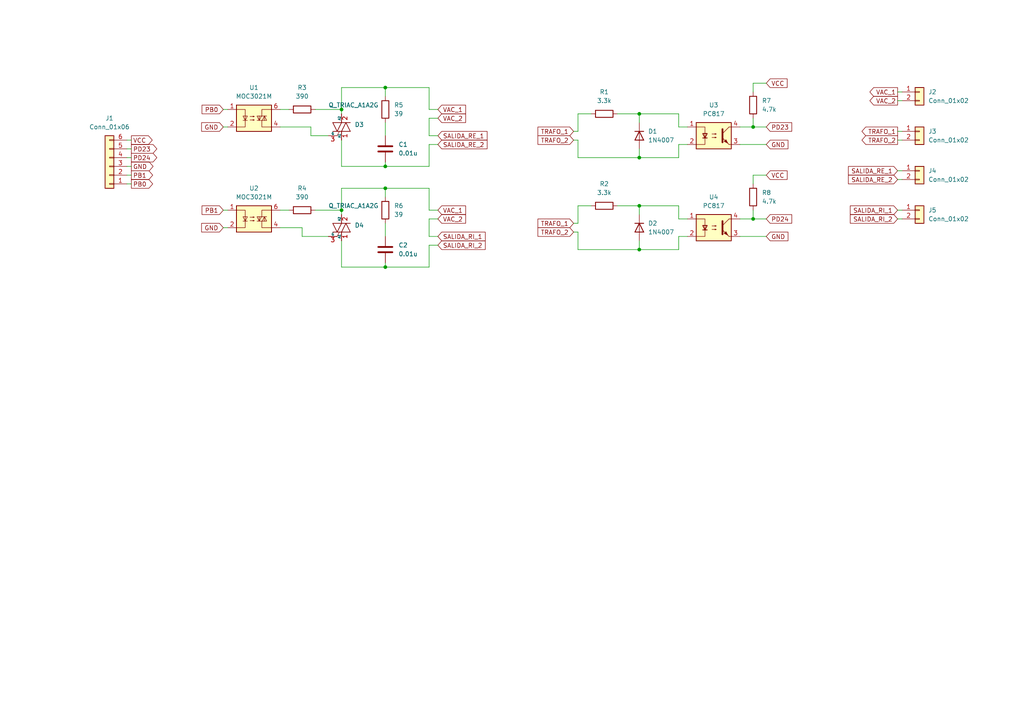
<source format=kicad_sch>
(kicad_sch (version 20211123) (generator eeschema)

  (uuid 9674bbcb-21bf-4dc9-8468-e2d4d30415a5)

  (paper "A4")

  (lib_symbols
    (symbol "Connector_Generic:Conn_01x02" (pin_names (offset 1.016) hide) (in_bom yes) (on_board yes)
      (property "Reference" "J" (id 0) (at 0 2.54 0)
        (effects (font (size 1.27 1.27)))
      )
      (property "Value" "Conn_01x02" (id 1) (at 0 -5.08 0)
        (effects (font (size 1.27 1.27)))
      )
      (property "Footprint" "" (id 2) (at 0 0 0)
        (effects (font (size 1.27 1.27)) hide)
      )
      (property "Datasheet" "~" (id 3) (at 0 0 0)
        (effects (font (size 1.27 1.27)) hide)
      )
      (property "ki_keywords" "connector" (id 4) (at 0 0 0)
        (effects (font (size 1.27 1.27)) hide)
      )
      (property "ki_description" "Generic connector, single row, 01x02, script generated (kicad-library-utils/schlib/autogen/connector/)" (id 5) (at 0 0 0)
        (effects (font (size 1.27 1.27)) hide)
      )
      (property "ki_fp_filters" "Connector*:*_1x??_*" (id 6) (at 0 0 0)
        (effects (font (size 1.27 1.27)) hide)
      )
      (symbol "Conn_01x02_1_1"
        (rectangle (start -1.27 -2.413) (end 0 -2.667)
          (stroke (width 0.1524) (type default) (color 0 0 0 0))
          (fill (type none))
        )
        (rectangle (start -1.27 0.127) (end 0 -0.127)
          (stroke (width 0.1524) (type default) (color 0 0 0 0))
          (fill (type none))
        )
        (rectangle (start -1.27 1.27) (end 1.27 -3.81)
          (stroke (width 0.254) (type default) (color 0 0 0 0))
          (fill (type background))
        )
        (pin passive line (at -5.08 0 0) (length 3.81)
          (name "Pin_1" (effects (font (size 1.27 1.27))))
          (number "1" (effects (font (size 1.27 1.27))))
        )
        (pin passive line (at -5.08 -2.54 0) (length 3.81)
          (name "Pin_2" (effects (font (size 1.27 1.27))))
          (number "2" (effects (font (size 1.27 1.27))))
        )
      )
    )
    (symbol "Connector_Generic:Conn_01x06" (pin_names (offset 1.016) hide) (in_bom yes) (on_board yes)
      (property "Reference" "J" (id 0) (at 0 7.62 0)
        (effects (font (size 1.27 1.27)))
      )
      (property "Value" "Conn_01x06" (id 1) (at 0 -10.16 0)
        (effects (font (size 1.27 1.27)))
      )
      (property "Footprint" "" (id 2) (at 0 0 0)
        (effects (font (size 1.27 1.27)) hide)
      )
      (property "Datasheet" "~" (id 3) (at 0 0 0)
        (effects (font (size 1.27 1.27)) hide)
      )
      (property "ki_keywords" "connector" (id 4) (at 0 0 0)
        (effects (font (size 1.27 1.27)) hide)
      )
      (property "ki_description" "Generic connector, single row, 01x06, script generated (kicad-library-utils/schlib/autogen/connector/)" (id 5) (at 0 0 0)
        (effects (font (size 1.27 1.27)) hide)
      )
      (property "ki_fp_filters" "Connector*:*_1x??_*" (id 6) (at 0 0 0)
        (effects (font (size 1.27 1.27)) hide)
      )
      (symbol "Conn_01x06_1_1"
        (rectangle (start -1.27 -7.493) (end 0 -7.747)
          (stroke (width 0.1524) (type default) (color 0 0 0 0))
          (fill (type none))
        )
        (rectangle (start -1.27 -4.953) (end 0 -5.207)
          (stroke (width 0.1524) (type default) (color 0 0 0 0))
          (fill (type none))
        )
        (rectangle (start -1.27 -2.413) (end 0 -2.667)
          (stroke (width 0.1524) (type default) (color 0 0 0 0))
          (fill (type none))
        )
        (rectangle (start -1.27 0.127) (end 0 -0.127)
          (stroke (width 0.1524) (type default) (color 0 0 0 0))
          (fill (type none))
        )
        (rectangle (start -1.27 2.667) (end 0 2.413)
          (stroke (width 0.1524) (type default) (color 0 0 0 0))
          (fill (type none))
        )
        (rectangle (start -1.27 5.207) (end 0 4.953)
          (stroke (width 0.1524) (type default) (color 0 0 0 0))
          (fill (type none))
        )
        (rectangle (start -1.27 6.35) (end 1.27 -8.89)
          (stroke (width 0.254) (type default) (color 0 0 0 0))
          (fill (type background))
        )
        (pin passive line (at -5.08 5.08 0) (length 3.81)
          (name "Pin_1" (effects (font (size 1.27 1.27))))
          (number "1" (effects (font (size 1.27 1.27))))
        )
        (pin passive line (at -5.08 2.54 0) (length 3.81)
          (name "Pin_2" (effects (font (size 1.27 1.27))))
          (number "2" (effects (font (size 1.27 1.27))))
        )
        (pin passive line (at -5.08 0 0) (length 3.81)
          (name "Pin_3" (effects (font (size 1.27 1.27))))
          (number "3" (effects (font (size 1.27 1.27))))
        )
        (pin passive line (at -5.08 -2.54 0) (length 3.81)
          (name "Pin_4" (effects (font (size 1.27 1.27))))
          (number "4" (effects (font (size 1.27 1.27))))
        )
        (pin passive line (at -5.08 -5.08 0) (length 3.81)
          (name "Pin_5" (effects (font (size 1.27 1.27))))
          (number "5" (effects (font (size 1.27 1.27))))
        )
        (pin passive line (at -5.08 -7.62 0) (length 3.81)
          (name "Pin_6" (effects (font (size 1.27 1.27))))
          (number "6" (effects (font (size 1.27 1.27))))
        )
      )
    )
    (symbol "Device:C" (pin_numbers hide) (pin_names (offset 0.254)) (in_bom yes) (on_board yes)
      (property "Reference" "C" (id 0) (at 0.635 2.54 0)
        (effects (font (size 1.27 1.27)) (justify left))
      )
      (property "Value" "C" (id 1) (at 0.635 -2.54 0)
        (effects (font (size 1.27 1.27)) (justify left))
      )
      (property "Footprint" "" (id 2) (at 0.9652 -3.81 0)
        (effects (font (size 1.27 1.27)) hide)
      )
      (property "Datasheet" "~" (id 3) (at 0 0 0)
        (effects (font (size 1.27 1.27)) hide)
      )
      (property "ki_keywords" "cap capacitor" (id 4) (at 0 0 0)
        (effects (font (size 1.27 1.27)) hide)
      )
      (property "ki_description" "Unpolarized capacitor" (id 5) (at 0 0 0)
        (effects (font (size 1.27 1.27)) hide)
      )
      (property "ki_fp_filters" "C_*" (id 6) (at 0 0 0)
        (effects (font (size 1.27 1.27)) hide)
      )
      (symbol "C_0_1"
        (polyline
          (pts
            (xy -2.032 -0.762)
            (xy 2.032 -0.762)
          )
          (stroke (width 0.508) (type default) (color 0 0 0 0))
          (fill (type none))
        )
        (polyline
          (pts
            (xy -2.032 0.762)
            (xy 2.032 0.762)
          )
          (stroke (width 0.508) (type default) (color 0 0 0 0))
          (fill (type none))
        )
      )
      (symbol "C_1_1"
        (pin passive line (at 0 3.81 270) (length 2.794)
          (name "~" (effects (font (size 1.27 1.27))))
          (number "1" (effects (font (size 1.27 1.27))))
        )
        (pin passive line (at 0 -3.81 90) (length 2.794)
          (name "~" (effects (font (size 1.27 1.27))))
          (number "2" (effects (font (size 1.27 1.27))))
        )
      )
    )
    (symbol "Device:Q_TRIAC_A1A2G" (pin_names (offset 0)) (in_bom yes) (on_board yes)
      (property "Reference" "D" (id 0) (at 3.175 0.635 0)
        (effects (font (size 1.27 1.27)) (justify left))
      )
      (property "Value" "Q_TRIAC_A1A2G" (id 1) (at 3.175 -1.27 0)
        (effects (font (size 1.27 1.27)) (justify left))
      )
      (property "Footprint" "" (id 2) (at 1.905 0.635 90)
        (effects (font (size 1.27 1.27)) hide)
      )
      (property "Datasheet" "~" (id 3) (at 0 0 90)
        (effects (font (size 1.27 1.27)) hide)
      )
      (property "ki_keywords" "TRIAC" (id 4) (at 0 0 0)
        (effects (font (size 1.27 1.27)) hide)
      )
      (property "ki_description" "Triode for alternating current, anode1/anode2/gate" (id 5) (at 0 0 0)
        (effects (font (size 1.27 1.27)) hide)
      )
      (symbol "Q_TRIAC_A1A2G_0_1"
        (polyline
          (pts
            (xy -2.54 -1.27)
            (xy 2.54 -1.27)
          )
          (stroke (width 0.2032) (type default) (color 0 0 0 0))
          (fill (type none))
        )
        (polyline
          (pts
            (xy -2.54 1.27)
            (xy 2.54 1.27)
          )
          (stroke (width 0.2032) (type default) (color 0 0 0 0))
          (fill (type none))
        )
        (polyline
          (pts
            (xy -1.27 -2.54)
            (xy -0.635 -1.27)
          )
          (stroke (width 0) (type default) (color 0 0 0 0))
          (fill (type none))
        )
        (polyline
          (pts
            (xy -2.54 1.27)
            (xy -1.27 -1.27)
            (xy 0 1.27)
          )
          (stroke (width 0.2032) (type default) (color 0 0 0 0))
          (fill (type none))
        )
        (polyline
          (pts
            (xy 0 -1.27)
            (xy 1.27 1.27)
            (xy 2.54 -1.27)
          )
          (stroke (width 0.2032) (type default) (color 0 0 0 0))
          (fill (type none))
        )
      )
      (symbol "Q_TRIAC_A1A2G_1_1"
        (pin passive line (at 0 -3.81 90) (length 2.54)
          (name "A1" (effects (font (size 0.635 0.635))))
          (number "1" (effects (font (size 1.27 1.27))))
        )
        (pin passive line (at 0 3.81 270) (length 2.54)
          (name "A2" (effects (font (size 0.635 0.635))))
          (number "2" (effects (font (size 1.27 1.27))))
        )
        (pin input line (at -3.81 -2.54 0) (length 2.54)
          (name "G" (effects (font (size 0.635 0.635))))
          (number "3" (effects (font (size 1.27 1.27))))
        )
      )
    )
    (symbol "Device:R" (pin_numbers hide) (pin_names (offset 0)) (in_bom yes) (on_board yes)
      (property "Reference" "R" (id 0) (at 2.032 0 90)
        (effects (font (size 1.27 1.27)))
      )
      (property "Value" "R" (id 1) (at 0 0 90)
        (effects (font (size 1.27 1.27)))
      )
      (property "Footprint" "" (id 2) (at -1.778 0 90)
        (effects (font (size 1.27 1.27)) hide)
      )
      (property "Datasheet" "~" (id 3) (at 0 0 0)
        (effects (font (size 1.27 1.27)) hide)
      )
      (property "ki_keywords" "R res resistor" (id 4) (at 0 0 0)
        (effects (font (size 1.27 1.27)) hide)
      )
      (property "ki_description" "Resistor" (id 5) (at 0 0 0)
        (effects (font (size 1.27 1.27)) hide)
      )
      (property "ki_fp_filters" "R_*" (id 6) (at 0 0 0)
        (effects (font (size 1.27 1.27)) hide)
      )
      (symbol "R_0_1"
        (rectangle (start -1.016 -2.54) (end 1.016 2.54)
          (stroke (width 0.254) (type default) (color 0 0 0 0))
          (fill (type none))
        )
      )
      (symbol "R_1_1"
        (pin passive line (at 0 3.81 270) (length 1.27)
          (name "~" (effects (font (size 1.27 1.27))))
          (number "1" (effects (font (size 1.27 1.27))))
        )
        (pin passive line (at 0 -3.81 90) (length 1.27)
          (name "~" (effects (font (size 1.27 1.27))))
          (number "2" (effects (font (size 1.27 1.27))))
        )
      )
    )
    (symbol "Diode:1N4007" (pin_numbers hide) (pin_names (offset 1.016) hide) (in_bom yes) (on_board yes)
      (property "Reference" "D" (id 0) (at 0 2.54 0)
        (effects (font (size 1.27 1.27)))
      )
      (property "Value" "1N4007" (id 1) (at 0 -2.54 0)
        (effects (font (size 1.27 1.27)))
      )
      (property "Footprint" "Diode_THT:D_DO-41_SOD81_P10.16mm_Horizontal" (id 2) (at 0 -4.445 0)
        (effects (font (size 1.27 1.27)) hide)
      )
      (property "Datasheet" "http://www.vishay.com/docs/88503/1n4001.pdf" (id 3) (at 0 0 0)
        (effects (font (size 1.27 1.27)) hide)
      )
      (property "ki_keywords" "diode" (id 4) (at 0 0 0)
        (effects (font (size 1.27 1.27)) hide)
      )
      (property "ki_description" "1000V 1A General Purpose Rectifier Diode, DO-41" (id 5) (at 0 0 0)
        (effects (font (size 1.27 1.27)) hide)
      )
      (property "ki_fp_filters" "D*DO?41*" (id 6) (at 0 0 0)
        (effects (font (size 1.27 1.27)) hide)
      )
      (symbol "1N4007_0_1"
        (polyline
          (pts
            (xy -1.27 1.27)
            (xy -1.27 -1.27)
          )
          (stroke (width 0.254) (type default) (color 0 0 0 0))
          (fill (type none))
        )
        (polyline
          (pts
            (xy 1.27 0)
            (xy -1.27 0)
          )
          (stroke (width 0) (type default) (color 0 0 0 0))
          (fill (type none))
        )
        (polyline
          (pts
            (xy 1.27 1.27)
            (xy 1.27 -1.27)
            (xy -1.27 0)
            (xy 1.27 1.27)
          )
          (stroke (width 0.254) (type default) (color 0 0 0 0))
          (fill (type none))
        )
      )
      (symbol "1N4007_1_1"
        (pin passive line (at -3.81 0 0) (length 2.54)
          (name "K" (effects (font (size 1.27 1.27))))
          (number "1" (effects (font (size 1.27 1.27))))
        )
        (pin passive line (at 3.81 0 180) (length 2.54)
          (name "A" (effects (font (size 1.27 1.27))))
          (number "2" (effects (font (size 1.27 1.27))))
        )
      )
    )
    (symbol "Isolator:PC817" (pin_names (offset 1.016)) (in_bom yes) (on_board yes)
      (property "Reference" "U" (id 0) (at -5.08 5.08 0)
        (effects (font (size 1.27 1.27)) (justify left))
      )
      (property "Value" "PC817" (id 1) (at 0 5.08 0)
        (effects (font (size 1.27 1.27)) (justify left))
      )
      (property "Footprint" "Package_DIP:DIP-4_W7.62mm" (id 2) (at -5.08 -5.08 0)
        (effects (font (size 1.27 1.27) italic) (justify left) hide)
      )
      (property "Datasheet" "http://www.soselectronic.cz/a_info/resource/d/pc817.pdf" (id 3) (at 0 0 0)
        (effects (font (size 1.27 1.27)) (justify left) hide)
      )
      (property "ki_keywords" "NPN DC Optocoupler" (id 4) (at 0 0 0)
        (effects (font (size 1.27 1.27)) hide)
      )
      (property "ki_description" "DC Optocoupler, Vce 35V, CTR 50-300%, DIP-4" (id 5) (at 0 0 0)
        (effects (font (size 1.27 1.27)) hide)
      )
      (property "ki_fp_filters" "DIP*W7.62mm*" (id 6) (at 0 0 0)
        (effects (font (size 1.27 1.27)) hide)
      )
      (symbol "PC817_0_1"
        (rectangle (start -5.08 3.81) (end 5.08 -3.81)
          (stroke (width 0.254) (type default) (color 0 0 0 0))
          (fill (type background))
        )
        (polyline
          (pts
            (xy -3.175 -0.635)
            (xy -1.905 -0.635)
          )
          (stroke (width 0.254) (type default) (color 0 0 0 0))
          (fill (type none))
        )
        (polyline
          (pts
            (xy 2.54 0.635)
            (xy 4.445 2.54)
          )
          (stroke (width 0) (type default) (color 0 0 0 0))
          (fill (type none))
        )
        (polyline
          (pts
            (xy 4.445 -2.54)
            (xy 2.54 -0.635)
          )
          (stroke (width 0) (type default) (color 0 0 0 0))
          (fill (type outline))
        )
        (polyline
          (pts
            (xy 4.445 -2.54)
            (xy 5.08 -2.54)
          )
          (stroke (width 0) (type default) (color 0 0 0 0))
          (fill (type none))
        )
        (polyline
          (pts
            (xy 4.445 2.54)
            (xy 5.08 2.54)
          )
          (stroke (width 0) (type default) (color 0 0 0 0))
          (fill (type none))
        )
        (polyline
          (pts
            (xy -5.08 2.54)
            (xy -2.54 2.54)
            (xy -2.54 -0.635)
          )
          (stroke (width 0) (type default) (color 0 0 0 0))
          (fill (type none))
        )
        (polyline
          (pts
            (xy -2.54 -0.635)
            (xy -2.54 -2.54)
            (xy -5.08 -2.54)
          )
          (stroke (width 0) (type default) (color 0 0 0 0))
          (fill (type none))
        )
        (polyline
          (pts
            (xy 2.54 1.905)
            (xy 2.54 -1.905)
            (xy 2.54 -1.905)
          )
          (stroke (width 0.508) (type default) (color 0 0 0 0))
          (fill (type none))
        )
        (polyline
          (pts
            (xy -2.54 -0.635)
            (xy -3.175 0.635)
            (xy -1.905 0.635)
            (xy -2.54 -0.635)
          )
          (stroke (width 0.254) (type default) (color 0 0 0 0))
          (fill (type none))
        )
        (polyline
          (pts
            (xy -0.508 -0.508)
            (xy 0.762 -0.508)
            (xy 0.381 -0.635)
            (xy 0.381 -0.381)
            (xy 0.762 -0.508)
          )
          (stroke (width 0) (type default) (color 0 0 0 0))
          (fill (type none))
        )
        (polyline
          (pts
            (xy -0.508 0.508)
            (xy 0.762 0.508)
            (xy 0.381 0.381)
            (xy 0.381 0.635)
            (xy 0.762 0.508)
          )
          (stroke (width 0) (type default) (color 0 0 0 0))
          (fill (type none))
        )
        (polyline
          (pts
            (xy 3.048 -1.651)
            (xy 3.556 -1.143)
            (xy 4.064 -2.159)
            (xy 3.048 -1.651)
            (xy 3.048 -1.651)
          )
          (stroke (width 0) (type default) (color 0 0 0 0))
          (fill (type outline))
        )
      )
      (symbol "PC817_1_1"
        (pin passive line (at -7.62 2.54 0) (length 2.54)
          (name "~" (effects (font (size 1.27 1.27))))
          (number "1" (effects (font (size 1.27 1.27))))
        )
        (pin passive line (at -7.62 -2.54 0) (length 2.54)
          (name "~" (effects (font (size 1.27 1.27))))
          (number "2" (effects (font (size 1.27 1.27))))
        )
        (pin passive line (at 7.62 -2.54 180) (length 2.54)
          (name "~" (effects (font (size 1.27 1.27))))
          (number "3" (effects (font (size 1.27 1.27))))
        )
        (pin passive line (at 7.62 2.54 180) (length 2.54)
          (name "~" (effects (font (size 1.27 1.27))))
          (number "4" (effects (font (size 1.27 1.27))))
        )
      )
    )
    (symbol "Relay_SolidState:MOC3021M" (in_bom yes) (on_board yes)
      (property "Reference" "U" (id 0) (at -5.334 4.826 0)
        (effects (font (size 1.27 1.27)) (justify left))
      )
      (property "Value" "MOC3021M" (id 1) (at 0 5.08 0)
        (effects (font (size 1.27 1.27)) (justify left))
      )
      (property "Footprint" "" (id 2) (at -5.08 -5.08 0)
        (effects (font (size 1.27 1.27) italic) (justify left) hide)
      )
      (property "Datasheet" "https://www.onsemi.com/pub/Collateral/MOC3023M-D.PDF" (id 3) (at 0 0 0)
        (effects (font (size 1.27 1.27)) (justify left) hide)
      )
      (property "ki_keywords" "Opto-Triac Opto Triac Random Phase" (id 4) (at 0 0 0)
        (effects (font (size 1.27 1.27)) hide)
      )
      (property "ki_description" "Random Phase Opto-Triac, Vdrm 400V, Ift 15mA, DIP6" (id 5) (at 0 0 0)
        (effects (font (size 1.27 1.27)) hide)
      )
      (property "ki_fp_filters" "DIP*W7.62mm* SMDIP*W9.53mm* DIP*W10.16mm*" (id 6) (at 0 0 0)
        (effects (font (size 1.27 1.27)) hide)
      )
      (symbol "MOC3021M_0_1"
        (rectangle (start -5.08 3.81) (end 5.08 -3.81)
          (stroke (width 0.254) (type default) (color 0 0 0 0))
          (fill (type background))
        )
        (polyline
          (pts
            (xy -3.175 -0.635)
            (xy -1.905 -0.635)
          )
          (stroke (width 0) (type default) (color 0 0 0 0))
          (fill (type none))
        )
        (polyline
          (pts
            (xy 1.524 -0.635)
            (xy 1.524 0.635)
          )
          (stroke (width 0) (type default) (color 0 0 0 0))
          (fill (type none))
        )
        (polyline
          (pts
            (xy 3.048 0.635)
            (xy 3.048 -0.635)
          )
          (stroke (width 0) (type default) (color 0 0 0 0))
          (fill (type none))
        )
        (polyline
          (pts
            (xy 2.286 -0.635)
            (xy 2.286 -2.54)
            (xy 5.08 -2.54)
          )
          (stroke (width 0) (type default) (color 0 0 0 0))
          (fill (type none))
        )
        (polyline
          (pts
            (xy 2.286 0.635)
            (xy 2.286 2.54)
            (xy 5.08 2.54)
          )
          (stroke (width 0) (type default) (color 0 0 0 0))
          (fill (type none))
        )
        (polyline
          (pts
            (xy -5.08 2.54)
            (xy -2.54 2.54)
            (xy -2.54 -2.54)
            (xy -5.08 -2.54)
          )
          (stroke (width 0) (type default) (color 0 0 0 0))
          (fill (type none))
        )
        (polyline
          (pts
            (xy -2.54 -0.635)
            (xy -3.175 0.635)
            (xy -1.905 0.635)
            (xy -2.54 -0.635)
          )
          (stroke (width 0) (type default) (color 0 0 0 0))
          (fill (type none))
        )
        (polyline
          (pts
            (xy 0.889 -0.635)
            (xy 3.683 -0.635)
            (xy 3.048 0.635)
            (xy 2.413 -0.635)
          )
          (stroke (width 0) (type default) (color 0 0 0 0))
          (fill (type none))
        )
        (polyline
          (pts
            (xy 3.683 0.635)
            (xy 0.889 0.635)
            (xy 1.524 -0.635)
            (xy 2.159 0.635)
          )
          (stroke (width 0) (type default) (color 0 0 0 0))
          (fill (type none))
        )
        (polyline
          (pts
            (xy -1.143 -0.508)
            (xy 0.127 -0.508)
            (xy -0.254 -0.635)
            (xy -0.254 -0.381)
            (xy 0.127 -0.508)
          )
          (stroke (width 0) (type default) (color 0 0 0 0))
          (fill (type none))
        )
        (polyline
          (pts
            (xy -1.143 0.508)
            (xy 0.127 0.508)
            (xy -0.254 0.381)
            (xy -0.254 0.635)
            (xy 0.127 0.508)
          )
          (stroke (width 0) (type default) (color 0 0 0 0))
          (fill (type none))
        )
      )
      (symbol "MOC3021M_1_1"
        (pin passive line (at -7.62 2.54 0) (length 2.54)
          (name "~" (effects (font (size 1.27 1.27))))
          (number "1" (effects (font (size 1.27 1.27))))
        )
        (pin passive line (at -7.62 -2.54 0) (length 2.54)
          (name "~" (effects (font (size 1.27 1.27))))
          (number "2" (effects (font (size 1.27 1.27))))
        )
        (pin no_connect line (at -5.08 0 0) (length 2.54) hide
          (name "NC" (effects (font (size 1.27 1.27))))
          (number "3" (effects (font (size 1.27 1.27))))
        )
        (pin passive line (at 7.62 -2.54 180) (length 2.54)
          (name "~" (effects (font (size 1.27 1.27))))
          (number "4" (effects (font (size 1.27 1.27))))
        )
        (pin no_connect line (at 5.08 0 180) (length 2.54) hide
          (name "NC" (effects (font (size 1.27 1.27))))
          (number "5" (effects (font (size 1.27 1.27))))
        )
        (pin passive line (at 7.62 2.54 180) (length 2.54)
          (name "~" (effects (font (size 1.27 1.27))))
          (number "6" (effects (font (size 1.27 1.27))))
        )
      )
    )
  )

  (junction (at 185.42 45.72) (diameter 0) (color 0 0 0 0)
    (uuid 0161adfc-ed30-4f37-932a-ed92767e9e5a)
  )
  (junction (at 185.42 33.02) (diameter 0) (color 0 0 0 0)
    (uuid 1839718c-34ad-4df2-b218-a3994d24c50c)
  )
  (junction (at 185.42 72.39) (diameter 0) (color 0 0 0 0)
    (uuid 2434e7df-63de-4ba1-8488-ed340fd57786)
  )
  (junction (at 111.76 48.26) (diameter 0) (color 0 0 0 0)
    (uuid 2b93dbb2-ccc6-4187-96c7-a4b98c140ae6)
  )
  (junction (at 218.44 63.5) (diameter 0) (color 0 0 0 0)
    (uuid 3044803c-55d3-428e-9411-9176216cd42a)
  )
  (junction (at 99.06 60.96) (diameter 0) (color 0 0 0 0)
    (uuid 53b4b2d3-a12a-4364-bef1-9c3f3085e226)
  )
  (junction (at 111.76 54.61) (diameter 0) (color 0 0 0 0)
    (uuid 77afe082-16f4-43c2-b399-3ecffdfb1945)
  )
  (junction (at 218.44 36.83) (diameter 0) (color 0 0 0 0)
    (uuid 852d22f2-e856-463c-b194-091fe66d5c49)
  )
  (junction (at 99.06 31.75) (diameter 0) (color 0 0 0 0)
    (uuid c9577b50-2aca-47ce-947f-71d10aded76b)
  )
  (junction (at 185.42 59.69) (diameter 0) (color 0 0 0 0)
    (uuid cc84df66-55f8-4dc2-a749-0c0b073dd983)
  )
  (junction (at 111.76 77.47) (diameter 0) (color 0 0 0 0)
    (uuid cd1a7bbd-d24f-45ab-96fc-d129cdd85b52)
  )
  (junction (at 111.76 25.4) (diameter 0) (color 0 0 0 0)
    (uuid d4fca1e4-828e-49a7-80bc-84d3161d2546)
  )

  (wire (pts (xy 124.46 54.61) (xy 111.76 54.61))
    (stroke (width 0) (type default) (color 0 0 0 0))
    (uuid 011742a6-8fbb-4b4d-9028-264190de7def)
  )
  (wire (pts (xy 218.44 50.8) (xy 218.44 53.34))
    (stroke (width 0) (type default) (color 0 0 0 0))
    (uuid 06b2db78-1af3-461f-bcaf-bbeb15646669)
  )
  (wire (pts (xy 185.42 33.02) (xy 185.42 35.56))
    (stroke (width 0) (type default) (color 0 0 0 0))
    (uuid 08bd6813-bdcb-4b97-b92a-537d46550472)
  )
  (wire (pts (xy 111.76 46.99) (xy 111.76 48.26))
    (stroke (width 0) (type default) (color 0 0 0 0))
    (uuid 11fd544a-ff22-48a1-8239-a753a1cf85bb)
  )
  (wire (pts (xy 222.25 50.8) (xy 218.44 50.8))
    (stroke (width 0) (type default) (color 0 0 0 0))
    (uuid 1548aa52-0a4f-4dda-a1f4-cca6060051a6)
  )
  (wire (pts (xy 196.85 72.39) (xy 185.42 72.39))
    (stroke (width 0) (type default) (color 0 0 0 0))
    (uuid 15f92bd9-22d6-4f62-9c6c-14ff8c33fa30)
  )
  (wire (pts (xy 127 60.96) (xy 124.46 60.96))
    (stroke (width 0) (type default) (color 0 0 0 0))
    (uuid 163bb3da-b76a-44e8-b15e-ba02bc59aa6b)
  )
  (wire (pts (xy 214.63 68.58) (xy 222.25 68.58))
    (stroke (width 0) (type default) (color 0 0 0 0))
    (uuid 1c770801-2738-432d-937f-4e345ffa8157)
  )
  (wire (pts (xy 64.77 36.83) (xy 66.04 36.83))
    (stroke (width 0) (type default) (color 0 0 0 0))
    (uuid 1ee6af5a-d6db-4ef2-8fdf-05943d319ce7)
  )
  (wire (pts (xy 218.44 24.13) (xy 218.44 26.67))
    (stroke (width 0) (type default) (color 0 0 0 0))
    (uuid 2013bdbd-7f2a-4940-8a85-ee90fd51a211)
  )
  (wire (pts (xy 167.64 38.1) (xy 167.64 33.02))
    (stroke (width 0) (type default) (color 0 0 0 0))
    (uuid 2494eaad-3cbd-4884-b6ff-83eb3ab94bfc)
  )
  (wire (pts (xy 81.28 60.96) (xy 83.82 60.96))
    (stroke (width 0) (type default) (color 0 0 0 0))
    (uuid 27429013-ad7c-4a55-977c-507b911b6108)
  )
  (wire (pts (xy 99.06 31.75) (xy 99.06 33.02))
    (stroke (width 0) (type default) (color 0 0 0 0))
    (uuid 2e4e846c-c644-4dc1-a408-530fbfba726a)
  )
  (wire (pts (xy 124.46 31.75) (xy 124.46 25.4))
    (stroke (width 0) (type default) (color 0 0 0 0))
    (uuid 32b5b96c-aaad-4573-8d0e-e8cc506a42f8)
  )
  (wire (pts (xy 90.17 39.37) (xy 95.25 39.37))
    (stroke (width 0) (type default) (color 0 0 0 0))
    (uuid 3369bacc-9e1b-4cbe-a98b-f14e452fa798)
  )
  (wire (pts (xy 36.83 45.72) (xy 38.1 45.72))
    (stroke (width 0) (type default) (color 0 0 0 0))
    (uuid 361a020f-9e36-419d-b18a-f7ba2642948e)
  )
  (wire (pts (xy 64.77 66.04) (xy 66.04 66.04))
    (stroke (width 0) (type default) (color 0 0 0 0))
    (uuid 36fdb70e-df3f-4b10-8be2-34f6237494f0)
  )
  (wire (pts (xy 218.44 63.5) (xy 214.63 63.5))
    (stroke (width 0) (type default) (color 0 0 0 0))
    (uuid 3c231103-8ea9-43ff-adde-47be17c7199b)
  )
  (wire (pts (xy 124.46 77.47) (xy 111.76 77.47))
    (stroke (width 0) (type default) (color 0 0 0 0))
    (uuid 3cffb3c8-3dea-4ce7-ade5-b2c4632c6438)
  )
  (wire (pts (xy 87.63 66.04) (xy 87.63 68.58))
    (stroke (width 0) (type default) (color 0 0 0 0))
    (uuid 3fac7ab2-a0df-40d7-b03e-cd44665cbe69)
  )
  (wire (pts (xy 260.35 63.5) (xy 261.62 63.5))
    (stroke (width 0) (type default) (color 0 0 0 0))
    (uuid 41b16d57-dd7c-4354-8661-d34eb9b13f58)
  )
  (wire (pts (xy 81.28 31.75) (xy 83.82 31.75))
    (stroke (width 0) (type default) (color 0 0 0 0))
    (uuid 47a1bb76-078e-4a91-bbbe-25c7b419ddb5)
  )
  (wire (pts (xy 99.06 48.26) (xy 111.76 48.26))
    (stroke (width 0) (type default) (color 0 0 0 0))
    (uuid 47c2ba49-bc2e-4aca-b79d-0a3a9564e64f)
  )
  (wire (pts (xy 124.46 41.91) (xy 124.46 48.26))
    (stroke (width 0) (type default) (color 0 0 0 0))
    (uuid 4bd071c6-2d1d-44bb-acc2-42360e30c29b)
  )
  (wire (pts (xy 99.06 69.85) (xy 99.06 77.47))
    (stroke (width 0) (type default) (color 0 0 0 0))
    (uuid 4bfd7147-6930-457e-9943-5985b5f123c7)
  )
  (wire (pts (xy 124.46 60.96) (xy 124.46 54.61))
    (stroke (width 0) (type default) (color 0 0 0 0))
    (uuid 4e7d9525-ff53-4eaa-acb3-47ce93da5925)
  )
  (wire (pts (xy 99.06 77.47) (xy 111.76 77.47))
    (stroke (width 0) (type default) (color 0 0 0 0))
    (uuid 4ece1b2d-5d51-4ecb-9db8-c80561617737)
  )
  (wire (pts (xy 127 31.75) (xy 124.46 31.75))
    (stroke (width 0) (type default) (color 0 0 0 0))
    (uuid 50c6433a-bdd0-4e6d-baf8-88798ad434f7)
  )
  (wire (pts (xy 81.28 36.83) (xy 90.17 36.83))
    (stroke (width 0) (type default) (color 0 0 0 0))
    (uuid 53009f22-883f-4b9c-9dc3-74e3bf02d401)
  )
  (wire (pts (xy 124.46 48.26) (xy 111.76 48.26))
    (stroke (width 0) (type default) (color 0 0 0 0))
    (uuid 54d8fc8b-be94-4128-891b-2cf9d9fb5301)
  )
  (wire (pts (xy 99.06 25.4) (xy 111.76 25.4))
    (stroke (width 0) (type default) (color 0 0 0 0))
    (uuid 56d2acd9-d048-4123-93a1-74eb16285ba9)
  )
  (wire (pts (xy 167.64 33.02) (xy 171.45 33.02))
    (stroke (width 0) (type default) (color 0 0 0 0))
    (uuid 59dadd93-1817-4024-ba76-e5b9ba641050)
  )
  (wire (pts (xy 218.44 34.29) (xy 218.44 36.83))
    (stroke (width 0) (type default) (color 0 0 0 0))
    (uuid 5ad14c85-09f1-4841-8c12-7cf674aa5773)
  )
  (wire (pts (xy 166.37 64.77) (xy 167.64 64.77))
    (stroke (width 0) (type default) (color 0 0 0 0))
    (uuid 5b6aa0b8-5f77-4aa6-8d90-4b8b79bfcb22)
  )
  (wire (pts (xy 185.42 59.69) (xy 185.42 62.23))
    (stroke (width 0) (type default) (color 0 0 0 0))
    (uuid 5d294d90-dc3f-4f4a-b8e1-d0a2ff6dbde1)
  )
  (wire (pts (xy 36.83 40.64) (xy 38.1 40.64))
    (stroke (width 0) (type default) (color 0 0 0 0))
    (uuid 5fbb9f37-ef46-4cf9-958c-574a9eeed592)
  )
  (wire (pts (xy 64.77 31.75) (xy 66.04 31.75))
    (stroke (width 0) (type default) (color 0 0 0 0))
    (uuid 6213cdbf-69f0-4072-8e22-052783229c2f)
  )
  (wire (pts (xy 111.76 76.2) (xy 111.76 77.47))
    (stroke (width 0) (type default) (color 0 0 0 0))
    (uuid 63a783c9-2d27-49b8-8ea4-419701fb35ed)
  )
  (wire (pts (xy 111.76 27.94) (xy 111.76 25.4))
    (stroke (width 0) (type default) (color 0 0 0 0))
    (uuid 65d4f512-b351-43f3-aece-9a031085b3cd)
  )
  (wire (pts (xy 260.35 60.96) (xy 261.62 60.96))
    (stroke (width 0) (type default) (color 0 0 0 0))
    (uuid 66638cb0-c212-49d7-aeac-e98182083620)
  )
  (wire (pts (xy 179.07 59.69) (xy 185.42 59.69))
    (stroke (width 0) (type default) (color 0 0 0 0))
    (uuid 682be054-e5dd-40eb-8507-1f7de958929d)
  )
  (wire (pts (xy 185.42 33.02) (xy 196.85 33.02))
    (stroke (width 0) (type default) (color 0 0 0 0))
    (uuid 69a6bc5f-0d75-439d-a2a9-35a05d09391e)
  )
  (wire (pts (xy 166.37 40.64) (xy 167.64 40.64))
    (stroke (width 0) (type default) (color 0 0 0 0))
    (uuid 6d126bbc-f713-4801-8df7-3d6c92bf4a50)
  )
  (wire (pts (xy 185.42 72.39) (xy 185.42 69.85))
    (stroke (width 0) (type default) (color 0 0 0 0))
    (uuid 6d8d69b5-f4ce-4259-9fff-67306e962545)
  )
  (wire (pts (xy 199.39 68.58) (xy 196.85 68.58))
    (stroke (width 0) (type default) (color 0 0 0 0))
    (uuid 6e392ade-65ca-45ac-b5b6-0621fb887bb6)
  )
  (wire (pts (xy 111.76 35.56) (xy 111.76 39.37))
    (stroke (width 0) (type default) (color 0 0 0 0))
    (uuid 70a52e14-3238-44eb-865a-fd91e08d59bc)
  )
  (wire (pts (xy 218.44 63.5) (xy 222.25 63.5))
    (stroke (width 0) (type default) (color 0 0 0 0))
    (uuid 7421aa67-7da6-403c-852d-17c48bac348d)
  )
  (wire (pts (xy 179.07 33.02) (xy 185.42 33.02))
    (stroke (width 0) (type default) (color 0 0 0 0))
    (uuid 75ad24ff-fe20-429f-bea0-a7d97804a9d6)
  )
  (wire (pts (xy 260.35 49.53) (xy 261.62 49.53))
    (stroke (width 0) (type default) (color 0 0 0 0))
    (uuid 77a6f9d7-b86d-4cf6-9ca5-71062b06bec2)
  )
  (wire (pts (xy 196.85 68.58) (xy 196.85 72.39))
    (stroke (width 0) (type default) (color 0 0 0 0))
    (uuid 77d74978-ed23-4048-bc98-0fa3a2221223)
  )
  (wire (pts (xy 214.63 41.91) (xy 222.25 41.91))
    (stroke (width 0) (type default) (color 0 0 0 0))
    (uuid 7dc2352c-e873-496a-8378-1e9525db987b)
  )
  (wire (pts (xy 222.25 24.13) (xy 218.44 24.13))
    (stroke (width 0) (type default) (color 0 0 0 0))
    (uuid 7e42802e-f328-4b0a-b330-7fe782d3c883)
  )
  (wire (pts (xy 199.39 41.91) (xy 196.85 41.91))
    (stroke (width 0) (type default) (color 0 0 0 0))
    (uuid 7f143200-931b-4dbb-863e-42900d65b8ff)
  )
  (wire (pts (xy 111.76 57.15) (xy 111.76 54.61))
    (stroke (width 0) (type default) (color 0 0 0 0))
    (uuid 814cd1bd-77dd-47e7-8a20-9fad867e7de9)
  )
  (wire (pts (xy 196.85 45.72) (xy 185.42 45.72))
    (stroke (width 0) (type default) (color 0 0 0 0))
    (uuid 83bd5b6d-9814-431a-87b8-210f221118ad)
  )
  (wire (pts (xy 111.76 64.77) (xy 111.76 68.58))
    (stroke (width 0) (type default) (color 0 0 0 0))
    (uuid 84879849-809b-4b38-a625-2717f0ef3289)
  )
  (wire (pts (xy 124.46 34.29) (xy 124.46 39.37))
    (stroke (width 0) (type default) (color 0 0 0 0))
    (uuid 84a29683-5c86-41c5-8969-a254e814ecaf)
  )
  (wire (pts (xy 99.06 40.64) (xy 99.06 48.26))
    (stroke (width 0) (type default) (color 0 0 0 0))
    (uuid 86a97d9b-60a6-414a-8cc1-2dcb5e5c5cf6)
  )
  (wire (pts (xy 36.83 48.26) (xy 38.1 48.26))
    (stroke (width 0) (type default) (color 0 0 0 0))
    (uuid 86d10300-e5fe-41ad-8828-57c3c3e81639)
  )
  (wire (pts (xy 185.42 45.72) (xy 185.42 43.18))
    (stroke (width 0) (type default) (color 0 0 0 0))
    (uuid 88c25008-23e9-4aee-909b-824ea188a674)
  )
  (wire (pts (xy 127 71.12) (xy 124.46 71.12))
    (stroke (width 0) (type default) (color 0 0 0 0))
    (uuid 8aba7996-c1e7-4ee8-b8b1-396771e65fd2)
  )
  (wire (pts (xy 127 63.5) (xy 124.46 63.5))
    (stroke (width 0) (type default) (color 0 0 0 0))
    (uuid 8c0e10ab-ccf9-4397-be43-c727abbd78bb)
  )
  (wire (pts (xy 218.44 36.83) (xy 214.63 36.83))
    (stroke (width 0) (type default) (color 0 0 0 0))
    (uuid 8d3531fd-e6d4-4a8b-af2b-18d942970600)
  )
  (wire (pts (xy 124.46 25.4) (xy 111.76 25.4))
    (stroke (width 0) (type default) (color 0 0 0 0))
    (uuid 9122fd07-6dfb-4c10-88ef-fb07b15bdd7a)
  )
  (wire (pts (xy 218.44 60.96) (xy 218.44 63.5))
    (stroke (width 0) (type default) (color 0 0 0 0))
    (uuid 92dd3455-cdc2-420b-8628-640cabd3b83e)
  )
  (wire (pts (xy 218.44 36.83) (xy 222.25 36.83))
    (stroke (width 0) (type default) (color 0 0 0 0))
    (uuid 930f95d7-35be-4e47-8f2e-9b25ae6ce7fb)
  )
  (wire (pts (xy 124.46 68.58) (xy 127 68.58))
    (stroke (width 0) (type default) (color 0 0 0 0))
    (uuid 97102441-2114-4706-ad98-7649643a1b69)
  )
  (wire (pts (xy 185.42 59.69) (xy 196.85 59.69))
    (stroke (width 0) (type default) (color 0 0 0 0))
    (uuid 985944b2-62ee-468d-bcf6-90bf69457877)
  )
  (wire (pts (xy 166.37 38.1) (xy 167.64 38.1))
    (stroke (width 0) (type default) (color 0 0 0 0))
    (uuid 9993fb17-0791-4d5f-82c4-3d4c14f6ecd7)
  )
  (wire (pts (xy 166.37 67.31) (xy 167.64 67.31))
    (stroke (width 0) (type default) (color 0 0 0 0))
    (uuid 9c01fffd-b2e3-4eac-a5b3-6dd3279a0897)
  )
  (wire (pts (xy 260.35 29.21) (xy 261.62 29.21))
    (stroke (width 0) (type default) (color 0 0 0 0))
    (uuid 9c2b3abd-fb85-4d0d-9ac7-2cc7e7d236e1)
  )
  (wire (pts (xy 36.83 50.8) (xy 38.1 50.8))
    (stroke (width 0) (type default) (color 0 0 0 0))
    (uuid 9e1b7348-16a2-4301-b850-0f470efe74b5)
  )
  (wire (pts (xy 167.64 67.31) (xy 167.64 72.39))
    (stroke (width 0) (type default) (color 0 0 0 0))
    (uuid 9e513e82-71c1-4335-8ef3-d15bb8c97e82)
  )
  (wire (pts (xy 167.64 72.39) (xy 185.42 72.39))
    (stroke (width 0) (type default) (color 0 0 0 0))
    (uuid a03ae7e7-204f-4c37-bbe8-5d7ef80a6632)
  )
  (wire (pts (xy 127 34.29) (xy 124.46 34.29))
    (stroke (width 0) (type default) (color 0 0 0 0))
    (uuid a3e57dd8-2049-404c-bf23-d3d2864b0dda)
  )
  (wire (pts (xy 36.83 53.34) (xy 38.1 53.34))
    (stroke (width 0) (type default) (color 0 0 0 0))
    (uuid a968b8a0-6b21-41a5-b5d4-c851f98e6f30)
  )
  (wire (pts (xy 90.17 36.83) (xy 90.17 39.37))
    (stroke (width 0) (type default) (color 0 0 0 0))
    (uuid ab745e75-0117-43ee-8df9-6c8db53a022a)
  )
  (wire (pts (xy 36.83 43.18) (xy 38.1 43.18))
    (stroke (width 0) (type default) (color 0 0 0 0))
    (uuid ad8d83b3-db62-48a0-8a08-bfb24346e042)
  )
  (wire (pts (xy 127 41.91) (xy 124.46 41.91))
    (stroke (width 0) (type default) (color 0 0 0 0))
    (uuid b147a04a-ac0c-4a49-9c34-33c543ea150d)
  )
  (wire (pts (xy 199.39 36.83) (xy 196.85 36.83))
    (stroke (width 0) (type default) (color 0 0 0 0))
    (uuid b6a64306-56a0-47c8-98ce-6f60238aa362)
  )
  (wire (pts (xy 260.35 26.67) (xy 261.62 26.67))
    (stroke (width 0) (type default) (color 0 0 0 0))
    (uuid b9ad95fe-4bb9-4f74-8d5d-2b47f03c8ca3)
  )
  (wire (pts (xy 167.64 45.72) (xy 185.42 45.72))
    (stroke (width 0) (type default) (color 0 0 0 0))
    (uuid ba99808f-5cb8-4663-a51e-47194ac9b5b7)
  )
  (wire (pts (xy 260.35 38.1) (xy 261.62 38.1))
    (stroke (width 0) (type default) (color 0 0 0 0))
    (uuid bd26bc0d-4b92-4605-8197-ceee681e25b4)
  )
  (wire (pts (xy 99.06 54.61) (xy 99.06 60.96))
    (stroke (width 0) (type default) (color 0 0 0 0))
    (uuid c17b0c58-c873-4bf5-a466-b8b4d76c35dd)
  )
  (wire (pts (xy 196.85 63.5) (xy 196.85 59.69))
    (stroke (width 0) (type default) (color 0 0 0 0))
    (uuid c1c88fd8-42d7-4a01-8bfe-cdda7ee6031e)
  )
  (wire (pts (xy 91.44 60.96) (xy 99.06 60.96))
    (stroke (width 0) (type default) (color 0 0 0 0))
    (uuid c1d3446e-6ed7-469b-af3a-c5af30a19cc7)
  )
  (wire (pts (xy 64.77 60.96) (xy 66.04 60.96))
    (stroke (width 0) (type default) (color 0 0 0 0))
    (uuid c73f392f-668b-44a5-bf29-b42755831d6d)
  )
  (wire (pts (xy 124.46 39.37) (xy 127 39.37))
    (stroke (width 0) (type default) (color 0 0 0 0))
    (uuid caf61bab-7073-4095-807a-da570ae2baa1)
  )
  (wire (pts (xy 260.35 40.64) (xy 261.62 40.64))
    (stroke (width 0) (type default) (color 0 0 0 0))
    (uuid ce1878e3-bdb4-4619-8be1-9a33e2f8fbd4)
  )
  (wire (pts (xy 99.06 54.61) (xy 111.76 54.61))
    (stroke (width 0) (type default) (color 0 0 0 0))
    (uuid ce407d81-21c9-4e01-82d6-438377c5e9fd)
  )
  (wire (pts (xy 124.46 63.5) (xy 124.46 68.58))
    (stroke (width 0) (type default) (color 0 0 0 0))
    (uuid d1e9c33f-1991-4f5a-9a72-ad59e573bd3f)
  )
  (wire (pts (xy 99.06 60.96) (xy 99.06 62.23))
    (stroke (width 0) (type default) (color 0 0 0 0))
    (uuid d48ea3fe-f419-448e-aa10-3acae4319ad4)
  )
  (wire (pts (xy 199.39 63.5) (xy 196.85 63.5))
    (stroke (width 0) (type default) (color 0 0 0 0))
    (uuid deac1574-7963-494b-81cf-74c82a26f535)
  )
  (wire (pts (xy 260.35 52.07) (xy 261.62 52.07))
    (stroke (width 0) (type default) (color 0 0 0 0))
    (uuid e60776b3-8f95-4745-9881-e87cf76ed11a)
  )
  (wire (pts (xy 167.64 40.64) (xy 167.64 45.72))
    (stroke (width 0) (type default) (color 0 0 0 0))
    (uuid e867411c-3cc0-4b2f-b6ed-0d509645f429)
  )
  (wire (pts (xy 196.85 41.91) (xy 196.85 45.72))
    (stroke (width 0) (type default) (color 0 0 0 0))
    (uuid ea13261f-0475-4709-97b7-7209ab1ab90b)
  )
  (wire (pts (xy 87.63 68.58) (xy 95.25 68.58))
    (stroke (width 0) (type default) (color 0 0 0 0))
    (uuid efd6f32f-a80f-4543-a57a-9ba4b7d1539f)
  )
  (wire (pts (xy 99.06 25.4) (xy 99.06 31.75))
    (stroke (width 0) (type default) (color 0 0 0 0))
    (uuid f04d7b95-a8be-4188-838d-e97be5dd79e5)
  )
  (wire (pts (xy 167.64 59.69) (xy 171.45 59.69))
    (stroke (width 0) (type default) (color 0 0 0 0))
    (uuid f18d4599-3007-432f-8665-c2d4cfdf4d86)
  )
  (wire (pts (xy 167.64 64.77) (xy 167.64 59.69))
    (stroke (width 0) (type default) (color 0 0 0 0))
    (uuid f79837f1-a139-41f7-b6df-8c8d161de622)
  )
  (wire (pts (xy 196.85 36.83) (xy 196.85 33.02))
    (stroke (width 0) (type default) (color 0 0 0 0))
    (uuid f7ee5f0d-59e7-4595-932e-4cef2cd79a90)
  )
  (wire (pts (xy 91.44 31.75) (xy 99.06 31.75))
    (stroke (width 0) (type default) (color 0 0 0 0))
    (uuid fa6c76e8-eead-4e38-b5b0-4785612f91f5)
  )
  (wire (pts (xy 124.46 71.12) (xy 124.46 77.47))
    (stroke (width 0) (type default) (color 0 0 0 0))
    (uuid fbe31080-db6a-4e4c-aa08-7e7cf9c8ba35)
  )
  (wire (pts (xy 81.28 66.04) (xy 87.63 66.04))
    (stroke (width 0) (type default) (color 0 0 0 0))
    (uuid fda0bc08-ab49-44ba-ad67-d325ec52c856)
  )

  (global_label "SALIDA_RE_1" (shape input) (at 260.35 49.53 180) (fields_autoplaced)
    (effects (font (size 1.27 1.27)) (justify right))
    (uuid 101a1186-6751-4714-b451-37971d56c307)
    (property "Intersheet References" "${INTERSHEET_REFS}" (id 0) (at 246.0836 49.4506 0)
      (effects (font (size 1.27 1.27)) (justify right) hide)
    )
  )
  (global_label "VCC" (shape input) (at 222.25 24.13 0) (fields_autoplaced)
    (effects (font (size 1.27 1.27)) (justify left))
    (uuid 129fb7e4-8515-4041-9d81-0027333ab74a)
    (property "Intersheet References" "${INTERSHEET_REFS}" (id 0) (at 228.2917 24.0506 0)
      (effects (font (size 1.27 1.27)) (justify left) hide)
    )
  )
  (global_label "VCC" (shape output) (at 38.1 40.64 0) (fields_autoplaced)
    (effects (font (size 1.27 1.27)) (justify left))
    (uuid 1c6064de-1fdb-4d11-bdf4-8aa8ade403ff)
    (property "Intersheet References" "${INTERSHEET_REFS}" (id 0) (at 44.1417 40.5606 0)
      (effects (font (size 1.27 1.27)) (justify left) hide)
    )
  )
  (global_label "VAC_2" (shape input) (at 127 63.5 0) (fields_autoplaced)
    (effects (font (size 1.27 1.27)) (justify left))
    (uuid 2427a007-1a94-4925-84a7-1585a53e1129)
    (property "Intersheet References" "${INTERSHEET_REFS}" (id 0) (at 135.0374 63.4206 0)
      (effects (font (size 1.27 1.27)) (justify left) hide)
    )
  )
  (global_label "TRAFO_1" (shape input) (at 166.37 64.77 180) (fields_autoplaced)
    (effects (font (size 1.27 1.27)) (justify right))
    (uuid 3fc30b67-2ec8-434d-9565-21dca5193b57)
    (property "Intersheet References" "${INTERSHEET_REFS}" (id 0) (at 156.0345 64.6906 0)
      (effects (font (size 1.27 1.27)) (justify right) hide)
    )
  )
  (global_label "VAC_1" (shape input) (at 127 31.75 0) (fields_autoplaced)
    (effects (font (size 1.27 1.27)) (justify left))
    (uuid 41103ff6-d3a3-4c67-b4da-2dc17dc29f66)
    (property "Intersheet References" "${INTERSHEET_REFS}" (id 0) (at 135.0374 31.6706 0)
      (effects (font (size 1.27 1.27)) (justify left) hide)
    )
  )
  (global_label "TRAFO_1" (shape input) (at 166.37 38.1 180) (fields_autoplaced)
    (effects (font (size 1.27 1.27)) (justify right))
    (uuid 41918cd4-3c05-4ef0-a9fd-4c3be94192d2)
    (property "Intersheet References" "${INTERSHEET_REFS}" (id 0) (at 156.0345 38.0206 0)
      (effects (font (size 1.27 1.27)) (justify right) hide)
    )
  )
  (global_label "GND" (shape input) (at 64.77 66.04 180) (fields_autoplaced)
    (effects (font (size 1.27 1.27)) (justify right))
    (uuid 441952e1-1a9f-4123-8f27-4a1490c678d3)
    (property "Intersheet References" "${INTERSHEET_REFS}" (id 0) (at 58.4864 65.9606 0)
      (effects (font (size 1.27 1.27)) (justify right) hide)
    )
  )
  (global_label "SALIDA_RE_2" (shape input) (at 127 41.91 0) (fields_autoplaced)
    (effects (font (size 1.27 1.27)) (justify left))
    (uuid 4fdce797-f6be-4321-9162-3e2e8ec9afde)
    (property "Intersheet References" "${INTERSHEET_REFS}" (id 0) (at 141.2664 41.8306 0)
      (effects (font (size 1.27 1.27)) (justify left) hide)
    )
  )
  (global_label "PB0" (shape output) (at 38.1 53.34 0) (fields_autoplaced)
    (effects (font (size 1.27 1.27)) (justify left))
    (uuid 51c23ca4-6cfe-494b-9e59-07350d669a43)
    (property "Intersheet References" "${INTERSHEET_REFS}" (id 0) (at 44.2626 53.2606 0)
      (effects (font (size 1.27 1.27)) (justify left) hide)
    )
  )
  (global_label "PB1" (shape output) (at 38.1 50.8 0) (fields_autoplaced)
    (effects (font (size 1.27 1.27)) (justify left))
    (uuid 538e6f5f-458b-438a-a2a0-9731f0e1412b)
    (property "Intersheet References" "${INTERSHEET_REFS}" (id 0) (at 44.2626 50.7206 0)
      (effects (font (size 1.27 1.27)) (justify left) hide)
    )
  )
  (global_label "GND" (shape input) (at 222.25 68.58 0) (fields_autoplaced)
    (effects (font (size 1.27 1.27)) (justify left))
    (uuid 5b8b4372-792e-41fd-9cfe-86638b01473d)
    (property "Intersheet References" "${INTERSHEET_REFS}" (id 0) (at 228.5336 68.5006 0)
      (effects (font (size 1.27 1.27)) (justify left) hide)
    )
  )
  (global_label "SALIDA_RI_2" (shape input) (at 127 71.12 0) (fields_autoplaced)
    (effects (font (size 1.27 1.27)) (justify left))
    (uuid 65dc8d2a-0167-496d-850f-71057d5e00f3)
    (property "Intersheet References" "${INTERSHEET_REFS}" (id 0) (at 140.7221 71.0406 0)
      (effects (font (size 1.27 1.27)) (justify left) hide)
    )
  )
  (global_label "PB1" (shape input) (at 64.77 60.96 180) (fields_autoplaced)
    (effects (font (size 1.27 1.27)) (justify right))
    (uuid 66671407-5c14-46f3-8fab-f5d5493ca41c)
    (property "Intersheet References" "${INTERSHEET_REFS}" (id 0) (at 58.6074 60.8806 0)
      (effects (font (size 1.27 1.27)) (justify right) hide)
    )
  )
  (global_label "PD23" (shape input) (at 222.25 36.83 0) (fields_autoplaced)
    (effects (font (size 1.27 1.27)) (justify left))
    (uuid 6ab2ab1a-23c1-4632-83d6-502161ed1be7)
    (property "Intersheet References" "${INTERSHEET_REFS}" (id 0) (at 229.6221 36.7506 0)
      (effects (font (size 1.27 1.27)) (justify left) hide)
    )
  )
  (global_label "PD24" (shape input) (at 222.25 63.5 0) (fields_autoplaced)
    (effects (font (size 1.27 1.27)) (justify left))
    (uuid 6b36e1d2-2b82-4446-a239-2e7ce2f6691a)
    (property "Intersheet References" "${INTERSHEET_REFS}" (id 0) (at 229.6221 63.4206 0)
      (effects (font (size 1.27 1.27)) (justify left) hide)
    )
  )
  (global_label "PD23" (shape output) (at 38.1 43.18 0) (fields_autoplaced)
    (effects (font (size 1.27 1.27)) (justify left))
    (uuid 6b6527c6-1f73-4402-afed-0cfe7907668d)
    (property "Intersheet References" "${INTERSHEET_REFS}" (id 0) (at 45.4721 43.1006 0)
      (effects (font (size 1.27 1.27)) (justify left) hide)
    )
  )
  (global_label "VAC_1" (shape output) (at 260.35 26.67 180) (fields_autoplaced)
    (effects (font (size 1.27 1.27)) (justify right))
    (uuid 85f26e7d-7a9f-4160-b3ff-8b8d2d1cb7d4)
    (property "Intersheet References" "${INTERSHEET_REFS}" (id 0) (at 252.3126 26.5906 0)
      (effects (font (size 1.27 1.27)) (justify right) hide)
    )
  )
  (global_label "GND" (shape input) (at 64.77 36.83 180) (fields_autoplaced)
    (effects (font (size 1.27 1.27)) (justify right))
    (uuid 8bb0d5da-f1eb-450f-baef-7163f2e77244)
    (property "Intersheet References" "${INTERSHEET_REFS}" (id 0) (at 58.4864 36.7506 0)
      (effects (font (size 1.27 1.27)) (justify right) hide)
    )
  )
  (global_label "VAC_2" (shape output) (at 260.35 29.21 180) (fields_autoplaced)
    (effects (font (size 1.27 1.27)) (justify right))
    (uuid 8c9ad751-e63a-4d31-80b9-6b78ce04f2ba)
    (property "Intersheet References" "${INTERSHEET_REFS}" (id 0) (at 252.3126 29.1306 0)
      (effects (font (size 1.27 1.27)) (justify right) hide)
    )
  )
  (global_label "TRAFO_2" (shape output) (at 260.35 40.64 180) (fields_autoplaced)
    (effects (font (size 1.27 1.27)) (justify right))
    (uuid 902bc070-f0cd-49c2-8d40-e92370f069fc)
    (property "Intersheet References" "${INTERSHEET_REFS}" (id 0) (at 250.0145 40.5606 0)
      (effects (font (size 1.27 1.27)) (justify right) hide)
    )
  )
  (global_label "SALIDA_RE_1" (shape input) (at 127 39.37 0) (fields_autoplaced)
    (effects (font (size 1.27 1.27)) (justify left))
    (uuid 9f5c511e-40f0-425e-9dcf-74d3dc58ad2d)
    (property "Intersheet References" "${INTERSHEET_REFS}" (id 0) (at 141.2664 39.2906 0)
      (effects (font (size 1.27 1.27)) (justify left) hide)
    )
  )
  (global_label "TRAFO_2" (shape input) (at 166.37 67.31 180) (fields_autoplaced)
    (effects (font (size 1.27 1.27)) (justify right))
    (uuid 9f5cb0cd-61a4-415e-aa20-688f2189a8ad)
    (property "Intersheet References" "${INTERSHEET_REFS}" (id 0) (at 156.0345 67.2306 0)
      (effects (font (size 1.27 1.27)) (justify right) hide)
    )
  )
  (global_label "GND" (shape output) (at 38.1 48.26 0) (fields_autoplaced)
    (effects (font (size 1.27 1.27)) (justify left))
    (uuid ab0f77e5-def9-4224-ba2f-34afbde7c22d)
    (property "Intersheet References" "${INTERSHEET_REFS}" (id 0) (at 44.3836 48.1806 0)
      (effects (font (size 1.27 1.27)) (justify left) hide)
    )
  )
  (global_label "SALIDA_RI_1" (shape input) (at 260.35 60.96 180) (fields_autoplaced)
    (effects (font (size 1.27 1.27)) (justify right))
    (uuid b533a87a-e3e6-47df-bfa1-daa722674883)
    (property "Intersheet References" "${INTERSHEET_REFS}" (id 0) (at 246.6279 60.8806 0)
      (effects (font (size 1.27 1.27)) (justify right) hide)
    )
  )
  (global_label "PB0" (shape input) (at 64.77 31.75 180) (fields_autoplaced)
    (effects (font (size 1.27 1.27)) (justify right))
    (uuid b7dd66fc-effd-4c44-9803-9c308ad8adf7)
    (property "Intersheet References" "${INTERSHEET_REFS}" (id 0) (at 58.6074 31.6706 0)
      (effects (font (size 1.27 1.27)) (justify right) hide)
    )
  )
  (global_label "TRAFO_2" (shape input) (at 166.37 40.64 180) (fields_autoplaced)
    (effects (font (size 1.27 1.27)) (justify right))
    (uuid be24b094-f37c-4e2b-add0-e50d6e66adf2)
    (property "Intersheet References" "${INTERSHEET_REFS}" (id 0) (at 156.0345 40.5606 0)
      (effects (font (size 1.27 1.27)) (justify right) hide)
    )
  )
  (global_label "VAC_2" (shape input) (at 127 34.29 0) (fields_autoplaced)
    (effects (font (size 1.27 1.27)) (justify left))
    (uuid c076f7ce-8887-491a-9ca0-e60345cf0de5)
    (property "Intersheet References" "${INTERSHEET_REFS}" (id 0) (at 135.0374 34.2106 0)
      (effects (font (size 1.27 1.27)) (justify left) hide)
    )
  )
  (global_label "PD24" (shape output) (at 38.1 45.72 0) (fields_autoplaced)
    (effects (font (size 1.27 1.27)) (justify left))
    (uuid c4699e4c-fa15-40db-a22f-e6e11b82d2d1)
    (property "Intersheet References" "${INTERSHEET_REFS}" (id 0) (at 45.4721 45.6406 0)
      (effects (font (size 1.27 1.27)) (justify left) hide)
    )
  )
  (global_label "SALIDA_RI_2" (shape input) (at 260.35 63.5 180) (fields_autoplaced)
    (effects (font (size 1.27 1.27)) (justify right))
    (uuid cb57b201-65ea-4fad-be8f-639db5f04209)
    (property "Intersheet References" "${INTERSHEET_REFS}" (id 0) (at 246.6279 63.4206 0)
      (effects (font (size 1.27 1.27)) (justify right) hide)
    )
  )
  (global_label "VAC_1" (shape input) (at 127 60.96 0) (fields_autoplaced)
    (effects (font (size 1.27 1.27)) (justify left))
    (uuid cc5d4162-f334-430e-86d5-e4f6e031d0a6)
    (property "Intersheet References" "${INTERSHEET_REFS}" (id 0) (at 135.0374 60.8806 0)
      (effects (font (size 1.27 1.27)) (justify left) hide)
    )
  )
  (global_label "SALIDA_RI_1" (shape input) (at 127 68.58 0) (fields_autoplaced)
    (effects (font (size 1.27 1.27)) (justify left))
    (uuid ceca617f-3e71-4fb2-8a16-3581d8d8b8f3)
    (property "Intersheet References" "${INTERSHEET_REFS}" (id 0) (at 140.7221 68.5006 0)
      (effects (font (size 1.27 1.27)) (justify left) hide)
    )
  )
  (global_label "GND" (shape input) (at 222.25 41.91 0) (fields_autoplaced)
    (effects (font (size 1.27 1.27)) (justify left))
    (uuid cf3c28d2-d702-4ac8-813b-0355c5ee61b0)
    (property "Intersheet References" "${INTERSHEET_REFS}" (id 0) (at 228.5336 41.8306 0)
      (effects (font (size 1.27 1.27)) (justify left) hide)
    )
  )
  (global_label "SALIDA_RE_2" (shape input) (at 260.35 52.07 180) (fields_autoplaced)
    (effects (font (size 1.27 1.27)) (justify right))
    (uuid d31e5e1f-205b-49f7-97a5-27cca786e807)
    (property "Intersheet References" "${INTERSHEET_REFS}" (id 0) (at 246.0836 51.9906 0)
      (effects (font (size 1.27 1.27)) (justify right) hide)
    )
  )
  (global_label "VCC" (shape input) (at 222.25 50.8 0) (fields_autoplaced)
    (effects (font (size 1.27 1.27)) (justify left))
    (uuid d980bdcf-9831-4ca2-9bd6-1f8fe2405c08)
    (property "Intersheet References" "${INTERSHEET_REFS}" (id 0) (at 228.2917 50.7206 0)
      (effects (font (size 1.27 1.27)) (justify left) hide)
    )
  )
  (global_label "TRAFO_1" (shape output) (at 260.35 38.1 180) (fields_autoplaced)
    (effects (font (size 1.27 1.27)) (justify right))
    (uuid f114659b-da4f-4867-aa5a-2322e82c9e1b)
    (property "Intersheet References" "${INTERSHEET_REFS}" (id 0) (at 250.0145 38.0206 0)
      (effects (font (size 1.27 1.27)) (justify right) hide)
    )
  )

  (symbol (lib_id "Connector_Generic:Conn_01x02") (at 266.7 60.96 0) (unit 1)
    (in_bom yes) (on_board yes) (fields_autoplaced)
    (uuid 01c34e97-d61e-45b8-9f49-60e5d375075c)
    (property "Reference" "J5" (id 0) (at 269.24 60.9599 0)
      (effects (font (size 1.27 1.27)) (justify left))
    )
    (property "Value" "Conn_01x02" (id 1) (at 269.24 63.4999 0)
      (effects (font (size 1.27 1.27)) (justify left))
    )
    (property "Footprint" "TerminalBlock:TerminalBlock_bornier-2_P5.08mm" (id 2) (at 266.7 60.96 0)
      (effects (font (size 1.27 1.27)) hide)
    )
    (property "Datasheet" "~" (id 3) (at 266.7 60.96 0)
      (effects (font (size 1.27 1.27)) hide)
    )
    (pin "1" (uuid 3d557000-02f5-4ade-bc81-dba74b20593b))
    (pin "2" (uuid 44bf0eed-646f-4e67-a2a2-baabfe1d4e70))
  )

  (symbol (lib_id "Device:R") (at 218.44 57.15 0) (unit 1)
    (in_bom yes) (on_board yes) (fields_autoplaced)
    (uuid 2ad8dcbd-210f-4242-9dc7-6cf5b665db81)
    (property "Reference" "R8" (id 0) (at 220.98 55.8799 0)
      (effects (font (size 1.27 1.27)) (justify left))
    )
    (property "Value" "4.7k" (id 1) (at 220.98 58.4199 0)
      (effects (font (size 1.27 1.27)) (justify left))
    )
    (property "Footprint" "Resistor_THT:R_Axial_DIN0204_L3.6mm_D1.6mm_P7.62mm_Horizontal" (id 2) (at 216.662 57.15 90)
      (effects (font (size 1.27 1.27)) hide)
    )
    (property "Datasheet" "~" (id 3) (at 218.44 57.15 0)
      (effects (font (size 1.27 1.27)) hide)
    )
    (pin "1" (uuid b2a1c07f-1703-4eab-b842-6b729444261d))
    (pin "2" (uuid 1d203e95-94d7-4967-9a44-975602f348f0))
  )

  (symbol (lib_id "Device:C") (at 111.76 72.39 0) (unit 1)
    (in_bom yes) (on_board yes) (fields_autoplaced)
    (uuid 3ab5bdd1-1c0b-42a8-9c3d-5152dc2d9535)
    (property "Reference" "C2" (id 0) (at 115.57 71.1199 0)
      (effects (font (size 1.27 1.27)) (justify left))
    )
    (property "Value" "0.01u" (id 1) (at 115.57 73.6599 0)
      (effects (font (size 1.27 1.27)) (justify left))
    )
    (property "Footprint" "Capacitor_THT:C_Axial_L5.1mm_D3.1mm_P10.00mm_Horizontal" (id 2) (at 112.7252 76.2 0)
      (effects (font (size 1.27 1.27)) hide)
    )
    (property "Datasheet" "~" (id 3) (at 111.76 72.39 0)
      (effects (font (size 1.27 1.27)) hide)
    )
    (pin "1" (uuid ec306ed8-d7aa-4909-a407-75d7ed33309d))
    (pin "2" (uuid aef51782-055a-4d62-bdea-05d69863a11a))
  )

  (symbol (lib_id "Relay_SolidState:MOC3021M") (at 73.66 34.29 0) (unit 1)
    (in_bom yes) (on_board yes) (fields_autoplaced)
    (uuid 502dc079-db10-46c8-a1f8-d9f3d6f716aa)
    (property "Reference" "U1" (id 0) (at 73.66 25.4 0))
    (property "Value" "MOC3021M" (id 1) (at 73.66 27.94 0))
    (property "Footprint" "Package_DIP:DIP-6_W7.62mm_LongPads" (id 2) (at 68.58 39.37 0)
      (effects (font (size 1.27 1.27) italic) (justify left) hide)
    )
    (property "Datasheet" "https://www.onsemi.com/pub/Collateral/MOC3023M-D.PDF" (id 3) (at 73.66 34.29 0)
      (effects (font (size 1.27 1.27)) (justify left) hide)
    )
    (pin "1" (uuid 30e6f031-6cf3-4e2c-b358-ef9d488353e2))
    (pin "2" (uuid fb9a7301-28eb-4796-92e8-5e84f3784c7c))
    (pin "3" (uuid 56cdad84-c007-4e12-937d-5fd26f80a679))
    (pin "4" (uuid 1910858d-6f2f-43ff-acda-c61b913d9a77))
    (pin "5" (uuid 366306df-9d26-4f5c-86f6-e7c9f62823a8))
    (pin "6" (uuid 586c6f32-02d7-4397-9ce5-41779d735f27))
  )

  (symbol (lib_id "Diode:1N4007") (at 185.42 66.04 270) (unit 1)
    (in_bom yes) (on_board yes) (fields_autoplaced)
    (uuid 640ef6c0-4954-45f3-bb66-f67fa5d90154)
    (property "Reference" "D2" (id 0) (at 187.96 64.7699 90)
      (effects (font (size 1.27 1.27)) (justify left))
    )
    (property "Value" "1N4007" (id 1) (at 187.96 67.3099 90)
      (effects (font (size 1.27 1.27)) (justify left))
    )
    (property "Footprint" "Diode_THT:D_DO-41_SOD81_P10.16mm_Horizontal" (id 2) (at 180.975 66.04 0)
      (effects (font (size 1.27 1.27)) hide)
    )
    (property "Datasheet" "http://www.vishay.com/docs/88503/1n4001.pdf" (id 3) (at 185.42 66.04 0)
      (effects (font (size 1.27 1.27)) hide)
    )
    (pin "1" (uuid 1b11d897-3249-427e-8709-399e4da9e825))
    (pin "2" (uuid 360f5c39-24b4-44d0-acf0-9ccfe31cea73))
  )

  (symbol (lib_id "Isolator:PC817") (at 207.01 66.04 0) (unit 1)
    (in_bom yes) (on_board yes) (fields_autoplaced)
    (uuid 675e58b9-65b9-4f8c-aae7-9ca247d1d90c)
    (property "Reference" "U4" (id 0) (at 207.01 57.15 0))
    (property "Value" "PC817" (id 1) (at 207.01 59.69 0))
    (property "Footprint" "Package_DIP:DIP-4_W7.62mm_LongPads" (id 2) (at 201.93 71.12 0)
      (effects (font (size 1.27 1.27) italic) (justify left) hide)
    )
    (property "Datasheet" "http://www.soselectronic.cz/a_info/resource/d/pc817.pdf" (id 3) (at 207.01 66.04 0)
      (effects (font (size 1.27 1.27)) (justify left) hide)
    )
    (pin "1" (uuid ee44ced2-22b3-476b-b222-0260b333b9b6))
    (pin "2" (uuid c6560aed-ff92-43cd-a54f-7b5bb8452bc0))
    (pin "3" (uuid d874e2b3-4c83-42bc-bd4d-c1e6b24eac8b))
    (pin "4" (uuid 7feec6bc-c84c-421e-a771-a10dfdb8c8c1))
  )

  (symbol (lib_id "Device:Q_TRIAC_A1A2G") (at 99.06 66.04 0) (unit 1)
    (in_bom yes) (on_board yes)
    (uuid 6eff9fee-7d31-4906-8e71-209936b8127e)
    (property "Reference" "D4" (id 0) (at 102.87 65.3541 0)
      (effects (font (size 1.27 1.27)) (justify left))
    )
    (property "Value" "Q_TRIAC_A1A2G" (id 1) (at 95.25 59.69 0)
      (effects (font (size 1.27 1.27)) (justify left))
    )
    (property "Footprint" "Package_TO_SOT_THT:TO-220-3_Vertical" (id 2) (at 100.965 65.405 90)
      (effects (font (size 1.27 1.27)) hide)
    )
    (property "Datasheet" "~" (id 3) (at 99.06 66.04 90)
      (effects (font (size 1.27 1.27)) hide)
    )
    (pin "1" (uuid 0c21e3fb-b942-468a-a9e9-b4b94dc21d32))
    (pin "2" (uuid 53a4ca53-a2b8-43dd-bb07-e2e3961be32e))
    (pin "3" (uuid 39c92a7f-7ef7-4c54-8d0e-c41ae003b475))
  )

  (symbol (lib_id "Device:Q_TRIAC_A1A2G") (at 99.06 36.83 0) (unit 1)
    (in_bom yes) (on_board yes)
    (uuid 701e3eff-3704-4828-b76e-bd304cc2cbb5)
    (property "Reference" "D3" (id 0) (at 102.87 36.1441 0)
      (effects (font (size 1.27 1.27)) (justify left))
    )
    (property "Value" "Q_TRIAC_A1A2G" (id 1) (at 95.25 30.48 0)
      (effects (font (size 1.27 1.27)) (justify left))
    )
    (property "Footprint" "Package_TO_SOT_THT:TO-220-3_Vertical" (id 2) (at 100.965 36.195 90)
      (effects (font (size 1.27 1.27)) hide)
    )
    (property "Datasheet" "~" (id 3) (at 99.06 36.83 90)
      (effects (font (size 1.27 1.27)) hide)
    )
    (pin "1" (uuid 33b5be9e-cdf5-4c1b-87aa-99d2622bed12))
    (pin "2" (uuid 4ded3e9a-71d9-4f19-a3fd-ba19fb003dfa))
    (pin "3" (uuid ae673f9c-8646-4546-a3ab-4bcc1e2c9e84))
  )

  (symbol (lib_id "Connector_Generic:Conn_01x06") (at 31.75 48.26 180) (unit 1)
    (in_bom yes) (on_board yes) (fields_autoplaced)
    (uuid 74fbe1e0-a07d-426e-b315-d4f7ea87f037)
    (property "Reference" "J1" (id 0) (at 31.75 34.29 0))
    (property "Value" "Conn_01x06" (id 1) (at 31.75 36.83 0))
    (property "Footprint" "Connector_PinHeader_2.54mm:PinHeader_1x06_P2.54mm_Vertical" (id 2) (at 31.75 48.26 0)
      (effects (font (size 1.27 1.27)) hide)
    )
    (property "Datasheet" "~" (id 3) (at 31.75 48.26 0)
      (effects (font (size 1.27 1.27)) hide)
    )
    (pin "1" (uuid 7f59b5ac-fb83-4db2-b8dd-b7b396065d86))
    (pin "2" (uuid 79601a37-b44c-455f-96b3-831181f120ff))
    (pin "3" (uuid 4ea0ed6e-c81d-436e-be60-ea7ed270d03e))
    (pin "4" (uuid 9b44c77d-7a1c-43c6-9bcd-45b904e2bf3e))
    (pin "5" (uuid a693e1ff-b969-4c16-b4c1-99b320a70320))
    (pin "6" (uuid a9304727-36ae-48e3-9641-93f43b3d7287))
  )

  (symbol (lib_id "Relay_SolidState:MOC3021M") (at 73.66 63.5 0) (unit 1)
    (in_bom yes) (on_board yes) (fields_autoplaced)
    (uuid 953188b8-1890-4c65-9cd6-90b9f4d7a825)
    (property "Reference" "U2" (id 0) (at 73.66 54.61 0))
    (property "Value" "MOC3021M" (id 1) (at 73.66 57.15 0))
    (property "Footprint" "Package_DIP:DIP-6_W7.62mm_LongPads" (id 2) (at 68.58 68.58 0)
      (effects (font (size 1.27 1.27) italic) (justify left) hide)
    )
    (property "Datasheet" "https://www.onsemi.com/pub/Collateral/MOC3023M-D.PDF" (id 3) (at 73.66 63.5 0)
      (effects (font (size 1.27 1.27)) (justify left) hide)
    )
    (pin "1" (uuid bdbd8f0c-735d-4cf9-8fab-42a3343ebdeb))
    (pin "2" (uuid 6e0bc76b-accf-4e41-8217-dcbc00bc72a4))
    (pin "3" (uuid b4613db5-34d4-4ba7-820d-c214dec424bd))
    (pin "4" (uuid 0f8ee4b8-19bf-48ac-af5d-fa5a519b4f3d))
    (pin "5" (uuid d9403d3e-bd8d-4536-b01e-205e69c88000))
    (pin "6" (uuid dac1dbe8-53ee-4acb-bdb2-575327f70035))
  )

  (symbol (lib_id "Device:C") (at 111.76 43.18 0) (unit 1)
    (in_bom yes) (on_board yes) (fields_autoplaced)
    (uuid 9ceb286d-4fd4-4242-91a0-d62e5cc8f55c)
    (property "Reference" "C1" (id 0) (at 115.57 41.9099 0)
      (effects (font (size 1.27 1.27)) (justify left))
    )
    (property "Value" "0.01u" (id 1) (at 115.57 44.4499 0)
      (effects (font (size 1.27 1.27)) (justify left))
    )
    (property "Footprint" "Capacitor_THT:C_Axial_L5.1mm_D3.1mm_P10.00mm_Horizontal" (id 2) (at 112.7252 46.99 0)
      (effects (font (size 1.27 1.27)) hide)
    )
    (property "Datasheet" "~" (id 3) (at 111.76 43.18 0)
      (effects (font (size 1.27 1.27)) hide)
    )
    (pin "1" (uuid d49fdd20-480c-402d-99ed-3e28f8250866))
    (pin "2" (uuid 8092b685-3846-43b3-9548-395218834fe0))
  )

  (symbol (lib_id "Device:R") (at 175.26 33.02 270) (unit 1)
    (in_bom yes) (on_board yes) (fields_autoplaced)
    (uuid 9e3a7b9a-a7a0-4888-be52-0829cd6dd6a7)
    (property "Reference" "R1" (id 0) (at 175.26 26.67 90))
    (property "Value" "3.3k" (id 1) (at 175.26 29.21 90))
    (property "Footprint" "Resistor_THT:R_Axial_DIN0204_L3.6mm_D1.6mm_P7.62mm_Horizontal" (id 2) (at 175.26 31.242 90)
      (effects (font (size 1.27 1.27)) hide)
    )
    (property "Datasheet" "~" (id 3) (at 175.26 33.02 0)
      (effects (font (size 1.27 1.27)) hide)
    )
    (pin "1" (uuid 129b4389-d4c0-49f6-92d9-636e6bd98700))
    (pin "2" (uuid 95f116be-c5ee-4f29-98a2-dc71e1f59d75))
  )

  (symbol (lib_id "Connector_Generic:Conn_01x02") (at 266.7 38.1 0) (unit 1)
    (in_bom yes) (on_board yes) (fields_autoplaced)
    (uuid beffb1ee-655d-46bf-97cb-4a0eb891aaec)
    (property "Reference" "J3" (id 0) (at 269.24 38.0999 0)
      (effects (font (size 1.27 1.27)) (justify left))
    )
    (property "Value" "Conn_01x02" (id 1) (at 269.24 40.6399 0)
      (effects (font (size 1.27 1.27)) (justify left))
    )
    (property "Footprint" "TerminalBlock:TerminalBlock_bornier-2_P5.08mm" (id 2) (at 266.7 38.1 0)
      (effects (font (size 1.27 1.27)) hide)
    )
    (property "Datasheet" "~" (id 3) (at 266.7 38.1 0)
      (effects (font (size 1.27 1.27)) hide)
    )
    (pin "1" (uuid 6bb04ca1-efa2-47aa-a647-30fb01138dfa))
    (pin "2" (uuid bec2c654-fcc9-4a48-9f60-842b60bfac79))
  )

  (symbol (lib_id "Device:R") (at 175.26 59.69 270) (unit 1)
    (in_bom yes) (on_board yes) (fields_autoplaced)
    (uuid c50b3260-88e9-40e4-9d90-834fa2262037)
    (property "Reference" "R2" (id 0) (at 175.26 53.34 90))
    (property "Value" "3.3k" (id 1) (at 175.26 55.88 90))
    (property "Footprint" "Resistor_THT:R_Axial_DIN0204_L3.6mm_D1.6mm_P7.62mm_Horizontal" (id 2) (at 175.26 57.912 90)
      (effects (font (size 1.27 1.27)) hide)
    )
    (property "Datasheet" "~" (id 3) (at 175.26 59.69 0)
      (effects (font (size 1.27 1.27)) hide)
    )
    (pin "1" (uuid 0e0c2a0d-b802-4620-92be-4cdf35122b2f))
    (pin "2" (uuid f1ebc85c-d1cb-468f-81fb-b474423a20ff))
  )

  (symbol (lib_id "Connector_Generic:Conn_01x02") (at 266.7 26.67 0) (unit 1)
    (in_bom yes) (on_board yes) (fields_autoplaced)
    (uuid c8401e02-6ea2-4c7c-91ea-8aa3ff9d99bf)
    (property "Reference" "J2" (id 0) (at 269.24 26.6699 0)
      (effects (font (size 1.27 1.27)) (justify left))
    )
    (property "Value" "Conn_01x02" (id 1) (at 269.24 29.2099 0)
      (effects (font (size 1.27 1.27)) (justify left))
    )
    (property "Footprint" "TerminalBlock:TerminalBlock_bornier-2_P5.08mm" (id 2) (at 266.7 26.67 0)
      (effects (font (size 1.27 1.27)) hide)
    )
    (property "Datasheet" "~" (id 3) (at 266.7 26.67 0)
      (effects (font (size 1.27 1.27)) hide)
    )
    (pin "1" (uuid 77d3df42-5252-4249-883a-d62df9bc67e2))
    (pin "2" (uuid c09639b8-13d1-4605-8c1a-0c9e1b0a6a44))
  )

  (symbol (lib_id "Device:R") (at 87.63 60.96 90) (unit 1)
    (in_bom yes) (on_board yes) (fields_autoplaced)
    (uuid cdda8e85-2f12-4c48-9985-5ca76112e1ac)
    (property "Reference" "R4" (id 0) (at 87.63 54.61 90))
    (property "Value" "390" (id 1) (at 87.63 57.15 90))
    (property "Footprint" "Resistor_THT:R_Axial_DIN0204_L3.6mm_D1.6mm_P7.62mm_Horizontal" (id 2) (at 87.63 62.738 90)
      (effects (font (size 1.27 1.27)) hide)
    )
    (property "Datasheet" "~" (id 3) (at 87.63 60.96 0)
      (effects (font (size 1.27 1.27)) hide)
    )
    (pin "1" (uuid bdaeaf7c-0e0b-439b-8a4f-93ed273acb1f))
    (pin "2" (uuid a3abf47e-e197-4528-9cc8-09c297e38c6f))
  )

  (symbol (lib_id "Diode:1N4007") (at 185.42 39.37 270) (unit 1)
    (in_bom yes) (on_board yes) (fields_autoplaced)
    (uuid cf507c64-183e-427b-b0ad-edd4eef4993b)
    (property "Reference" "D1" (id 0) (at 187.96 38.0999 90)
      (effects (font (size 1.27 1.27)) (justify left))
    )
    (property "Value" "1N4007" (id 1) (at 187.96 40.6399 90)
      (effects (font (size 1.27 1.27)) (justify left))
    )
    (property "Footprint" "Diode_THT:D_DO-41_SOD81_P10.16mm_Horizontal" (id 2) (at 180.975 39.37 0)
      (effects (font (size 1.27 1.27)) hide)
    )
    (property "Datasheet" "http://www.vishay.com/docs/88503/1n4001.pdf" (id 3) (at 185.42 39.37 0)
      (effects (font (size 1.27 1.27)) hide)
    )
    (pin "1" (uuid 2a6efc12-5993-48a4-9a11-4c4835a9252f))
    (pin "2" (uuid 72d7e098-dcae-43b8-a0b7-2270fbbe0a7a))
  )

  (symbol (lib_id "Device:R") (at 218.44 30.48 0) (unit 1)
    (in_bom yes) (on_board yes) (fields_autoplaced)
    (uuid d1b46f67-72b3-4379-b8b6-f11db23c0a39)
    (property "Reference" "R7" (id 0) (at 220.98 29.2099 0)
      (effects (font (size 1.27 1.27)) (justify left))
    )
    (property "Value" "4.7k" (id 1) (at 220.98 31.7499 0)
      (effects (font (size 1.27 1.27)) (justify left))
    )
    (property "Footprint" "Resistor_THT:R_Axial_DIN0204_L3.6mm_D1.6mm_P7.62mm_Horizontal" (id 2) (at 216.662 30.48 90)
      (effects (font (size 1.27 1.27)) hide)
    )
    (property "Datasheet" "~" (id 3) (at 218.44 30.48 0)
      (effects (font (size 1.27 1.27)) hide)
    )
    (pin "1" (uuid 5f2bb5ce-1478-4fc9-9e8f-f3ccdf82a792))
    (pin "2" (uuid cc98e8d9-88ba-4568-9c1d-6c55fe4f7f68))
  )

  (symbol (lib_id "Isolator:PC817") (at 207.01 39.37 0) (unit 1)
    (in_bom yes) (on_board yes) (fields_autoplaced)
    (uuid d42fa88e-23ad-4f9d-8fcb-452e4be54d57)
    (property "Reference" "U3" (id 0) (at 207.01 30.48 0))
    (property "Value" "PC817" (id 1) (at 207.01 33.02 0))
    (property "Footprint" "Package_DIP:DIP-4_W7.62mm_LongPads" (id 2) (at 201.93 44.45 0)
      (effects (font (size 1.27 1.27) italic) (justify left) hide)
    )
    (property "Datasheet" "http://www.soselectronic.cz/a_info/resource/d/pc817.pdf" (id 3) (at 207.01 39.37 0)
      (effects (font (size 1.27 1.27)) (justify left) hide)
    )
    (pin "1" (uuid b86c4a40-d218-49ef-8b7e-a10789bf01a8))
    (pin "2" (uuid 7c55868f-b394-4e69-98f7-a4b5b32900ff))
    (pin "3" (uuid 00babc33-0650-497a-9446-4cd87609d32f))
    (pin "4" (uuid 7fbebe58-ecac-4750-8689-d47f97e20a00))
  )

  (symbol (lib_id "Device:R") (at 111.76 60.96 0) (unit 1)
    (in_bom yes) (on_board yes) (fields_autoplaced)
    (uuid db82d40f-f2e9-4c53-87d3-1bf02031e26f)
    (property "Reference" "R6" (id 0) (at 114.3 59.6899 0)
      (effects (font (size 1.27 1.27)) (justify left))
    )
    (property "Value" "39" (id 1) (at 114.3 62.2299 0)
      (effects (font (size 1.27 1.27)) (justify left))
    )
    (property "Footprint" "Resistor_THT:R_Axial_DIN0204_L3.6mm_D1.6mm_P7.62mm_Horizontal" (id 2) (at 109.982 60.96 90)
      (effects (font (size 1.27 1.27)) hide)
    )
    (property "Datasheet" "~" (id 3) (at 111.76 60.96 0)
      (effects (font (size 1.27 1.27)) hide)
    )
    (pin "1" (uuid fefbf970-95d9-4363-b285-56a6bc98bc33))
    (pin "2" (uuid 17e3adaf-4efc-4419-b6a5-a1316deb6a33))
  )

  (symbol (lib_id "Device:R") (at 87.63 31.75 90) (unit 1)
    (in_bom yes) (on_board yes) (fields_autoplaced)
    (uuid e24e0969-76d4-417a-b498-76ae42ddfec6)
    (property "Reference" "R3" (id 0) (at 87.63 25.4 90))
    (property "Value" "390" (id 1) (at 87.63 27.94 90))
    (property "Footprint" "Resistor_THT:R_Axial_DIN0204_L3.6mm_D1.6mm_P7.62mm_Horizontal" (id 2) (at 87.63 33.528 90)
      (effects (font (size 1.27 1.27)) hide)
    )
    (property "Datasheet" "~" (id 3) (at 87.63 31.75 0)
      (effects (font (size 1.27 1.27)) hide)
    )
    (pin "1" (uuid 00de7739-9bcb-455f-ba47-e3e16a380f39))
    (pin "2" (uuid 76c53dfd-b08b-4f02-a7bd-c168dceb5d69))
  )

  (symbol (lib_id "Connector_Generic:Conn_01x02") (at 266.7 49.53 0) (unit 1)
    (in_bom yes) (on_board yes) (fields_autoplaced)
    (uuid eecc3b17-eb89-4f5b-bb68-3c3056b42736)
    (property "Reference" "J4" (id 0) (at 269.24 49.5299 0)
      (effects (font (size 1.27 1.27)) (justify left))
    )
    (property "Value" "Conn_01x02" (id 1) (at 269.24 52.0699 0)
      (effects (font (size 1.27 1.27)) (justify left))
    )
    (property "Footprint" "TerminalBlock:TerminalBlock_bornier-2_P5.08mm" (id 2) (at 266.7 49.53 0)
      (effects (font (size 1.27 1.27)) hide)
    )
    (property "Datasheet" "~" (id 3) (at 266.7 49.53 0)
      (effects (font (size 1.27 1.27)) hide)
    )
    (pin "1" (uuid 60188299-2a8b-4a87-a8c9-e893304a7a1c))
    (pin "2" (uuid 24aec8cb-53c5-4d75-9471-8098e060a45f))
  )

  (symbol (lib_id "Device:R") (at 111.76 31.75 0) (unit 1)
    (in_bom yes) (on_board yes) (fields_autoplaced)
    (uuid f8470d95-d995-424f-906d-8db1f4182f19)
    (property "Reference" "R5" (id 0) (at 114.3 30.4799 0)
      (effects (font (size 1.27 1.27)) (justify left))
    )
    (property "Value" "39" (id 1) (at 114.3 33.0199 0)
      (effects (font (size 1.27 1.27)) (justify left))
    )
    (property "Footprint" "Resistor_THT:R_Axial_DIN0204_L3.6mm_D1.6mm_P7.62mm_Horizontal" (id 2) (at 109.982 31.75 90)
      (effects (font (size 1.27 1.27)) hide)
    )
    (property "Datasheet" "~" (id 3) (at 111.76 31.75 0)
      (effects (font (size 1.27 1.27)) hide)
    )
    (pin "1" (uuid 54b8519e-2665-4680-90a0-198881c09169))
    (pin "2" (uuid c22cdbd2-937f-4504-87fb-2f36a10fe6bc))
  )

  (sheet_instances
    (path "/" (page "1"))
  )

  (symbol_instances
    (path "/9ceb286d-4fd4-4242-91a0-d62e5cc8f55c"
      (reference "C1") (unit 1) (value "0.01u") (footprint "Capacitor_THT:C_Axial_L5.1mm_D3.1mm_P10.00mm_Horizontal")
    )
    (path "/3ab5bdd1-1c0b-42a8-9c3d-5152dc2d9535"
      (reference "C2") (unit 1) (value "0.01u") (footprint "Capacitor_THT:C_Axial_L5.1mm_D3.1mm_P10.00mm_Horizontal")
    )
    (path "/cf507c64-183e-427b-b0ad-edd4eef4993b"
      (reference "D1") (unit 1) (value "1N4007") (footprint "Diode_THT:D_DO-41_SOD81_P10.16mm_Horizontal")
    )
    (path "/640ef6c0-4954-45f3-bb66-f67fa5d90154"
      (reference "D2") (unit 1) (value "1N4007") (footprint "Diode_THT:D_DO-41_SOD81_P10.16mm_Horizontal")
    )
    (path "/701e3eff-3704-4828-b76e-bd304cc2cbb5"
      (reference "D3") (unit 1) (value "Q_TRIAC_A1A2G") (footprint "Package_TO_SOT_THT:TO-220-3_Vertical")
    )
    (path "/6eff9fee-7d31-4906-8e71-209936b8127e"
      (reference "D4") (unit 1) (value "Q_TRIAC_A1A2G") (footprint "Package_TO_SOT_THT:TO-220-3_Vertical")
    )
    (path "/74fbe1e0-a07d-426e-b315-d4f7ea87f037"
      (reference "J1") (unit 1) (value "Conn_01x06") (footprint "Connector_PinHeader_2.54mm:PinHeader_1x06_P2.54mm_Vertical")
    )
    (path "/c8401e02-6ea2-4c7c-91ea-8aa3ff9d99bf"
      (reference "J2") (unit 1) (value "Conn_01x02") (footprint "TerminalBlock:TerminalBlock_bornier-2_P5.08mm")
    )
    (path "/beffb1ee-655d-46bf-97cb-4a0eb891aaec"
      (reference "J3") (unit 1) (value "Conn_01x02") (footprint "TerminalBlock:TerminalBlock_bornier-2_P5.08mm")
    )
    (path "/eecc3b17-eb89-4f5b-bb68-3c3056b42736"
      (reference "J4") (unit 1) (value "Conn_01x02") (footprint "TerminalBlock:TerminalBlock_bornier-2_P5.08mm")
    )
    (path "/01c34e97-d61e-45b8-9f49-60e5d375075c"
      (reference "J5") (unit 1) (value "Conn_01x02") (footprint "TerminalBlock:TerminalBlock_bornier-2_P5.08mm")
    )
    (path "/9e3a7b9a-a7a0-4888-be52-0829cd6dd6a7"
      (reference "R1") (unit 1) (value "3.3k") (footprint "Resistor_THT:R_Axial_DIN0204_L3.6mm_D1.6mm_P7.62mm_Horizontal")
    )
    (path "/c50b3260-88e9-40e4-9d90-834fa2262037"
      (reference "R2") (unit 1) (value "3.3k") (footprint "Resistor_THT:R_Axial_DIN0204_L3.6mm_D1.6mm_P7.62mm_Horizontal")
    )
    (path "/e24e0969-76d4-417a-b498-76ae42ddfec6"
      (reference "R3") (unit 1) (value "390") (footprint "Resistor_THT:R_Axial_DIN0204_L3.6mm_D1.6mm_P7.62mm_Horizontal")
    )
    (path "/cdda8e85-2f12-4c48-9985-5ca76112e1ac"
      (reference "R4") (unit 1) (value "390") (footprint "Resistor_THT:R_Axial_DIN0204_L3.6mm_D1.6mm_P7.62mm_Horizontal")
    )
    (path "/f8470d95-d995-424f-906d-8db1f4182f19"
      (reference "R5") (unit 1) (value "39") (footprint "Resistor_THT:R_Axial_DIN0204_L3.6mm_D1.6mm_P7.62mm_Horizontal")
    )
    (path "/db82d40f-f2e9-4c53-87d3-1bf02031e26f"
      (reference "R6") (unit 1) (value "39") (footprint "Resistor_THT:R_Axial_DIN0204_L3.6mm_D1.6mm_P7.62mm_Horizontal")
    )
    (path "/d1b46f67-72b3-4379-b8b6-f11db23c0a39"
      (reference "R7") (unit 1) (value "4.7k") (footprint "Resistor_THT:R_Axial_DIN0204_L3.6mm_D1.6mm_P7.62mm_Horizontal")
    )
    (path "/2ad8dcbd-210f-4242-9dc7-6cf5b665db81"
      (reference "R8") (unit 1) (value "4.7k") (footprint "Resistor_THT:R_Axial_DIN0204_L3.6mm_D1.6mm_P7.62mm_Horizontal")
    )
    (path "/502dc079-db10-46c8-a1f8-d9f3d6f716aa"
      (reference "U1") (unit 1) (value "MOC3021M") (footprint "Package_DIP:DIP-6_W7.62mm_LongPads")
    )
    (path "/953188b8-1890-4c65-9cd6-90b9f4d7a825"
      (reference "U2") (unit 1) (value "MOC3021M") (footprint "Package_DIP:DIP-6_W7.62mm_LongPads")
    )
    (path "/d42fa88e-23ad-4f9d-8fcb-452e4be54d57"
      (reference "U3") (unit 1) (value "PC817") (footprint "Package_DIP:DIP-4_W7.62mm_LongPads")
    )
    (path "/675e58b9-65b9-4f8c-aae7-9ca247d1d90c"
      (reference "U4") (unit 1) (value "PC817") (footprint "Package_DIP:DIP-4_W7.62mm_LongPads")
    )
  )
)

</source>
